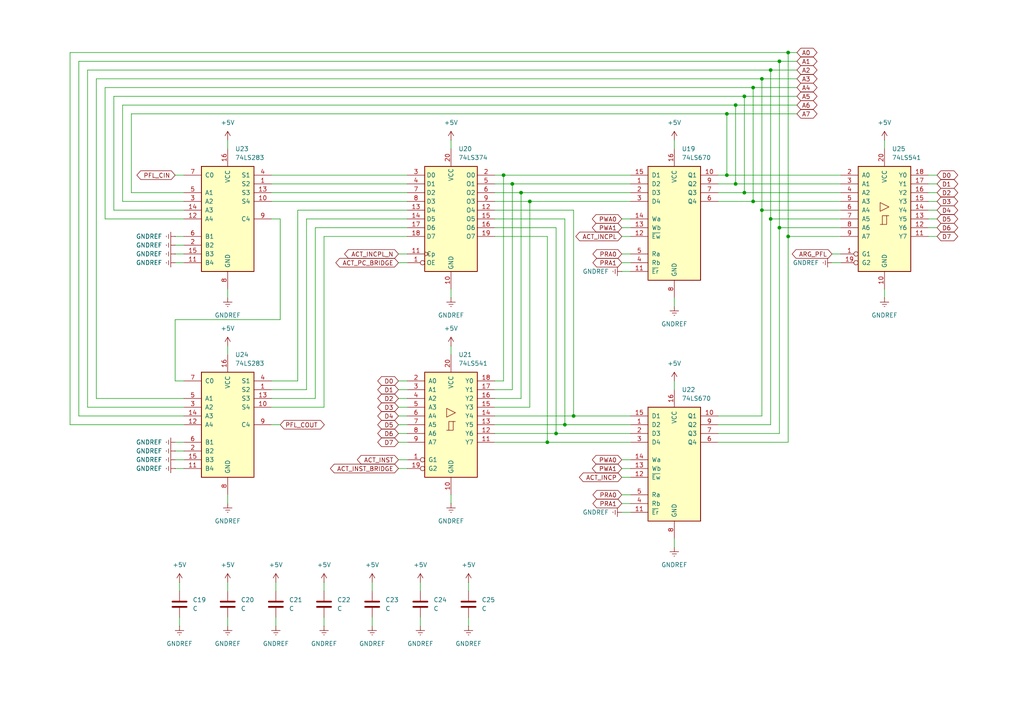
<source format=kicad_sch>
(kicad_sch (version 20250114) (generator "eeschema") (generator_version "9.0")
  (paper "A4")
  (title_block (title "Osnova8 CPU") (date "2026-01-11") (rev "2"))
  (lib_symbols
    (symbol "74xx:74LS283" (pin_names (offset 1.016))
      (property "Reference" "U" (at -7.62 16.51 0))
      (property "Value" "74LS283" (at -7.62 -16.51 0))
      (symbol "74LS283_1_0"
        (pin input line (at -12.7 12.7 0) (length 5.08) (name "C0") (number "7"))
        (pin input line (at -12.7 7.62 0) (length 5.08) (name "A1") (number "5"))
        (pin input line (at -12.7 5.08 0) (length 5.08) (name "A2") (number "3"))
        (pin input line (at -12.7 2.54 0) (length 5.08) (name "A3") (number "14"))
        (pin input line (at -12.7 0 0) (length 5.08) (name "A4") (number "12"))
        (pin input line (at -12.7 -5.08 0) (length 5.08) (name "B1") (number "6"))
        (pin input line (at -12.7 -7.62 0) (length 5.08) (name "B2") (number "2"))
        (pin input line (at -12.7 -10.16 0) (length 5.08) (name "B3") (number "15"))
        (pin input line (at -12.7 -12.7 0) (length 5.08) (name "B4") (number "11"))
        (pin power_in line (at 0 20.32 270) (length 5.08) (name "VCC") (number "16"))
        (pin power_in line (at 0 -20.32 90) (length 5.08) (name "GND") (number "8"))
        (pin output line (at 12.7 12.7 180) (length 5.08) (name "S1") (number "4"))
        (pin output line (at 12.7 10.16 180) (length 5.08) (name "S2") (number "1"))
        (pin output line (at 12.7 7.62 180) (length 5.08) (name "S3") (number "13"))
        (pin output line (at 12.7 5.08 180) (length 5.08) (name "S4") (number "10"))
        (pin output line (at 12.7 0 180) (length 5.08) (name "C4") (number "9"))
      )
      (symbol "74LS283_1_1"
        (rectangle (start -7.62 15.24) (end 7.62 -15.24) (stroke (width 0.254)) (fill (type background)))
      )
    )
    (symbol "74xx:74LS374"
      (property "Reference" "U" (at -7.62 16.51 0))
      (property "Value" "74LS374" (at -7.62 -16.51 0))
      (symbol "74LS374_1_0"
        (pin input line (at -12.7 12.7 0) (length 5.08) (name "D0") (number "3"))
        (pin input line (at -12.7 10.16 0) (length 5.08) (name "D1") (number "4"))
        (pin input line (at -12.7 7.62 0) (length 5.08) (name "D2") (number "7"))
        (pin input line (at -12.7 5.08 0) (length 5.08) (name "D3") (number "8"))
        (pin input line (at -12.7 2.54 0) (length 5.08) (name "D4") (number "13"))
        (pin input line (at -12.7 0 0) (length 5.08) (name "D5") (number "14"))
        (pin input line (at -12.7 -2.54 0) (length 5.08) (name "D6") (number "17"))
        (pin input line (at -12.7 -5.08 0) (length 5.08) (name "D7") (number "18"))
        (pin input clock (at -12.7 -10.16 0) (length 5.08) (name "Cp") (number "11"))
        (pin input inverted (at -12.7 -12.7 0) (length 5.08) (name "OE") (number "1"))
        (pin power_in line (at 0 20.32 270) (length 5.08) (name "VCC") (number "20"))
        (pin power_in line (at 0 -20.32 90) (length 5.08) (name "GND") (number "10"))
        (pin tri_state line (at 12.7 12.7 180) (length 5.08) (name "O0") (number "2"))
        (pin tri_state line (at 12.7 10.16 180) (length 5.08) (name "O1") (number "5"))
        (pin tri_state line (at 12.7 7.62 180) (length 5.08) (name "O2") (number "6"))
        (pin tri_state line (at 12.7 5.08 180) (length 5.08) (name "O3") (number "9"))
        (pin tri_state line (at 12.7 2.54 180) (length 5.08) (name "O4") (number "12"))
        (pin tri_state line (at 12.7 0 180) (length 5.08) (name "O5") (number "15"))
        (pin tri_state line (at 12.7 -2.54 180) (length 5.08) (name "O6") (number "16"))
        (pin tri_state line (at 12.7 -5.08 180) (length 5.08) (name "O7") (number "19"))
      )
      (symbol "74LS374_1_1"
        (rectangle (start -7.62 15.24) (end 7.62 -15.24) (stroke (width 0.254)) (fill (type background)))
      )
    )
    (symbol "74xx:74LS541" (pin_names (offset 1.016))
      (property "Reference" "U" (at -7.62 16.51 0))
      (property "Value" "74LS541" (at -7.62 -16.51 0))
      (symbol "74LS541_1_0"
        (polyline (pts (xy -1.27 -1.6002) (xy 0.635 -1.6002) (xy 0.635 0.9398) (xy 1.27 0.9398)))
        (polyline (pts (xy -0.635 -1.6002) (xy -0.635 0.9398) (xy 0.635 0.9398)))
        (polyline (pts (xy 1.27 3.4798) (xy -1.27 4.7498) (xy -1.27 2.2098) (xy 1.27 3.4798)) (stroke (width 0.1524)))
        (pin input line (at -12.7 12.7 0) (length 5.08) (name "A0") (number "2"))
        (pin input line (at -12.7 10.16 0) (length 5.08) (name "A1") (number "3"))
        (pin input line (at -12.7 7.62 0) (length 5.08) (name "A2") (number "4"))
        (pin input line (at -12.7 5.08 0) (length 5.08) (name "A3") (number "5"))
        (pin input line (at -12.7 2.54 0) (length 5.08) (name "A4") (number "6"))
        (pin input line (at -12.7 0 0) (length 5.08) (name "A5") (number "7"))
        (pin input line (at -12.7 -2.54 0) (length 5.08) (name "A6") (number "8"))
        (pin input line (at -12.7 -5.08 0) (length 5.08) (name "A7") (number "9"))
        (pin input inverted (at -12.7 -10.16 0) (length 5.08) (name "G1") (number "1"))
        (pin input inverted (at -12.7 -12.7 0) (length 5.08) (name "G2") (number "19"))
        (pin power_in line (at 0 20.32 270) (length 5.08) (name "VCC") (number "20"))
        (pin power_in line (at 0 -20.32 90) (length 5.08) (name "GND") (number "10"))
        (pin tri_state line (at 12.7 12.7 180) (length 5.08) (name "Y0") (number "18"))
        (pin tri_state line (at 12.7 10.16 180) (length 5.08) (name "Y1") (number "17"))
        (pin tri_state line (at 12.7 7.62 180) (length 5.08) (name "Y2") (number "16"))
        (pin tri_state line (at 12.7 5.08 180) (length 5.08) (name "Y3") (number "15"))
        (pin tri_state line (at 12.7 2.54 180) (length 5.08) (name "Y4") (number "14"))
        (pin tri_state line (at 12.7 0 180) (length 5.08) (name "Y5") (number "13"))
        (pin tri_state line (at 12.7 -2.54 180) (length 5.08) (name "Y6") (number "12"))
        (pin tri_state line (at 12.7 -5.08 180) (length 5.08) (name "Y7") (number "11"))
      )
      (symbol "74LS541_1_1"
        (rectangle (start -7.62 15.24) (end 7.62 -15.24) (stroke (width 0.254)) (fill (type background)))
      )
    )
    (symbol "74xx:74LS670" (pin_names (offset 1.016))
      (property "Reference" "U" (at -7.62 16.51 0))
      (property "Value" "74LS670" (at -7.62 -19.05 0))
      (symbol "74LS670_1_0"
        (pin input line (at -12.7 12.7 0) (length 5.08) (name "D1") (number "15"))
        (pin input line (at -12.7 10.16 0) (length 5.08) (name "D2") (number "1"))
        (pin input line (at -12.7 7.62 0) (length 5.08) (name "D3") (number "2"))
        (pin input line (at -12.7 5.08 0) (length 5.08) (name "D4") (number "3"))
        (pin input line (at -12.7 0 0) (length 5.08) (name "Wa") (number "14"))
        (pin input line (at -12.7 -2.54 0) (length 5.08) (name "Wb") (number "13"))
        (pin input line (at -12.7 -5.08 0) (length 5.08) (name "~{Ew}") (number "12"))
        (pin input line (at -12.7 -10.16 0) (length 5.08) (name "Ra") (number "5"))
        (pin input line (at -12.7 -12.7 0) (length 5.08) (name "Rb") (number "4"))
        (pin input line (at -12.7 -15.24 0) (length 5.08) (name "~{Er}") (number "11"))
        (pin power_in line (at 0 20.32 270) (length 5.08) (name "VCC") (number "16"))
        (pin power_in line (at 0 -22.86 90) (length 5.08) (name "GND") (number "8"))
        (pin tri_state line (at 12.7 12.7 180) (length 5.08) (name "Q1") (number "10"))
        (pin tri_state line (at 12.7 10.16 180) (length 5.08) (name "Q2") (number "9"))
        (pin tri_state line (at 12.7 7.62 180) (length 5.08) (name "Q3") (number "7"))
        (pin tri_state line (at 12.7 5.08 180) (length 5.08) (name "Q4") (number "6"))
      )
      (symbol "74LS670_1_1"
        (rectangle (start -7.62 15.24) (end 7.62 -17.78) (stroke (width 0.254)) (fill (type background)))
      )
    )
    (symbol "Device:C" (pin_numbers (hide yes)) (pin_names (offset 0.254))
      (property "Reference" "C" (at 0.635 2.54 0))
      (property "Value" "C" (at 0.635 -2.54 0))
      (symbol "C_0_1"
        (polyline (pts (xy -2.032 0.762) (xy 2.032 0.762)) (stroke (width 0.508)))
        (polyline (pts (xy -2.032 -0.762) (xy 2.032 -0.762)) (stroke (width 0.508)))
      )
      (symbol "C_1_1"
        (pin passive line (at 0 3.81 270) (length 2.794) (name "~") (number "1"))
        (pin passive line (at 0 -3.81 90) (length 2.794) (name "~") (number "2"))
      )
    )
    (symbol "power:+5V" (power) (pin_numbers (hide yes)) (pin_names (offset 0) (hide yes))
      (property "Value" "+5V" (at 0 3.556 0))
      (symbol "+5V_0_1"
        (polyline (pts (xy -0.762 1.27) (xy 0 2.54)))
        (polyline (pts (xy 0 2.54) (xy 0.762 1.27)))
        (polyline (pts (xy 0 0) (xy 0 2.54)))
      )
      (symbol "+5V_1_1"
        (pin power_in line (at 0 0 90) (length 0) (name "~") (number "1"))
      )
    )
    (symbol "power:GNDREF" (power) (pin_numbers (hide yes)) (pin_names (offset 0) (hide yes))
      (property "Value" "GNDREF" (at 0 -3.81 0))
      (symbol "GNDREF_0_1"
        (polyline (pts (xy -0.635 -1.905) (xy 0.635 -1.905)))
        (polyline (pts (xy -0.127 -2.54) (xy 0.127 -2.54)))
        (polyline (pts (xy 0 -1.27) (xy 0 0)))
        (polyline (pts (xy 1.27 -1.27) (xy -1.27 -1.27)))
      )
      (symbol "GNDREF_1_1"
        (pin power_in line (at 0 0 270) (length 0) (name "~") (number "1"))
      )
    )
  )
  (junction (at 213.36 53.34))
  (junction (at 166.37 120.65))
  (junction (at 213.36 30.48))
  (junction (at 220.98 60.96))
  (junction (at 153.67 58.42))
  (junction (at 158.75 128.27))
  (junction (at 146.05 50.8))
  (junction (at 210.82 50.8))
  (junction (at 161.29 125.73))
  (junction (at 218.44 58.42))
  (junction (at 163.83 123.19))
  (junction (at 226.06 17.78))
  (junction (at 215.9 27.94))
  (junction (at 226.06 66.04))
  (junction (at 210.82 33.02))
  (junction (at 220.98 22.86))
  (junction (at 151.13 55.88))
  (junction (at 228.6 68.58))
  (junction (at 148.59 53.34))
  (junction (at 218.44 25.4))
  (junction (at 223.52 20.32))
  (junction (at 215.9 55.88))
  (junction (at 228.6 15.24))
  (junction (at 223.52 63.5))
  (wire (pts (xy 115.57 73.66) (xy 118.11 73.66)))
  (wire (pts (xy 93.98 168.91) (xy 93.98 171.45)))
  (wire (pts (xy 86.36 60.96) (xy 118.11 60.96)))
  (wire (pts (xy 27.94 115.57) (xy 53.34 115.57)))
  (wire (pts (xy 180.34 148.59) (xy 182.88 148.59)))
  (wire (pts (xy 130.81 83.82) (xy 130.81 86.36)))
  (wire (pts (xy 107.95 168.91) (xy 107.95 171.45)))
  (wire (pts (xy 35.56 58.42) (xy 53.34 58.42)))
  (wire (pts (xy 81.28 123.19) (xy 78.74 123.19)))
  (wire (pts (xy 107.95 179.07) (xy 107.95 181.61)))
  (wire (pts (xy 38.1 33.02) (xy 38.1 55.88)))
  (wire (pts (xy 115.57 123.19) (xy 118.11 123.19)))
  (wire (pts (xy 143.51 125.73) (xy 161.29 125.73)))
  (wire (pts (xy 115.57 120.65) (xy 118.11 120.65)))
  (wire (pts (xy 215.9 27.94) (xy 215.9 55.88)))
  (wire (pts (xy 115.57 125.73) (xy 118.11 125.73)))
  (wire (pts (xy 27.94 22.86) (xy 27.94 115.57)))
  (wire (pts (xy 93.98 179.07) (xy 93.98 181.61)))
  (wire (pts (xy 180.34 66.04) (xy 182.88 66.04)))
  (wire (pts (xy 91.44 115.57) (xy 78.74 115.57)))
  (wire (pts (xy 91.44 66.04) (xy 91.44 115.57)))
  (wire (pts (xy 115.57 118.11) (xy 118.11 118.11)))
  (wire (pts (xy 50.8 110.49) (xy 53.34 110.49)))
  (wire (pts (xy 256.54 83.82) (xy 256.54 86.36)))
  (wire (pts (xy 241.3 73.66) (xy 243.84 73.66)))
  (wire (pts (xy 66.04 83.82) (xy 66.04 86.36)))
  (wire (pts (xy 130.81 100.33) (xy 130.81 102.87)))
  (wire (pts (xy 38.1 55.88) (xy 53.34 55.88)))
  (wire (pts (xy 143.51 123.19) (xy 163.83 123.19)))
  (wire (pts (xy 218.44 25.4) (xy 231.14 25.4)))
  (wire (pts (xy 180.34 143.51) (xy 182.88 143.51)))
  (wire (pts (xy 180.34 133.35) (xy 182.88 133.35)))
  (wire (pts (xy 223.52 20.32) (xy 223.52 63.5)))
  (wire (pts (xy 115.57 113.03) (xy 118.11 113.03)))
  (wire (pts (xy 210.82 33.02) (xy 231.14 33.02)))
  (wire (pts (xy 153.67 118.11) (xy 153.67 58.42)))
  (wire (pts (xy 78.74 53.34) (xy 118.11 53.34)))
  (wire (pts (xy 143.51 68.58) (xy 158.75 68.58)))
  (wire (pts (xy 115.57 135.89) (xy 118.11 135.89)))
  (wire (pts (xy 66.04 40.64) (xy 66.04 43.18)))
  (wire (pts (xy 143.51 55.88) (xy 151.13 55.88)))
  (wire (pts (xy 210.82 50.8) (xy 243.84 50.8)))
  (wire (pts (xy 158.75 128.27) (xy 182.88 128.27)))
  (wire (pts (xy 35.56 30.48) (xy 35.56 58.42)))
  (wire (pts (xy 130.81 40.64) (xy 130.81 43.18)))
  (wire (pts (xy 195.58 40.64) (xy 195.58 43.18)))
  (wire (pts (xy 213.36 30.48) (xy 35.56 30.48)))
  (wire (pts (xy 210.82 50.8) (xy 210.82 33.02)))
  (wire (pts (xy 50.8 50.8) (xy 53.34 50.8)))
  (wire (pts (xy 213.36 30.48) (xy 231.14 30.48)))
  (wire (pts (xy 66.04 143.51) (xy 66.04 146.05)))
  (wire (pts (xy 151.13 55.88) (xy 182.88 55.88)))
  (wire (pts (xy 143.51 110.49) (xy 146.05 110.49)))
  (wire (pts (xy 135.89 168.91) (xy 135.89 171.45)))
  (wire (pts (xy 228.6 128.27) (xy 228.6 68.58)))
  (wire (pts (xy 180.34 146.05) (xy 182.88 146.05)))
  (wire (pts (xy 220.98 22.86) (xy 231.14 22.86)))
  (wire (pts (xy 220.98 60.96) (xy 220.98 22.86)))
  (wire (pts (xy 146.05 50.8) (xy 182.88 50.8)))
  (wire (pts (xy 213.36 53.34) (xy 213.36 30.48)))
  (wire (pts (xy 271.78 53.34) (xy 269.24 53.34)))
  (wire (pts (xy 271.78 58.42) (xy 269.24 58.42)))
  (wire (pts (xy 226.06 17.78) (xy 22.86 17.78)))
  (wire (pts (xy 161.29 66.04) (xy 161.29 125.73)))
  (wire (pts (xy 161.29 125.73) (xy 182.88 125.73)))
  (wire (pts (xy 50.8 71.12) (xy 53.34 71.12)))
  (wire (pts (xy 50.8 133.35) (xy 53.34 133.35)))
  (wire (pts (xy 50.8 135.89) (xy 53.34 135.89)))
  (wire (pts (xy 53.34 60.96) (xy 33.02 60.96)))
  (wire (pts (xy 256.54 40.64) (xy 256.54 43.18)))
  (wire (pts (xy 220.98 60.96) (xy 243.84 60.96)))
  (wire (pts (xy 143.51 118.11) (xy 153.67 118.11)))
  (wire (pts (xy 208.28 125.73) (xy 226.06 125.73)))
  (wire (pts (xy 78.74 50.8) (xy 118.11 50.8)))
  (wire (pts (xy 25.4 118.11) (xy 25.4 20.32)))
  (wire (pts (xy 218.44 58.42) (xy 243.84 58.42)))
  (wire (pts (xy 78.74 118.11) (xy 93.98 118.11)))
  (wire (pts (xy 208.28 128.27) (xy 228.6 128.27)))
  (wire (pts (xy 130.81 143.51) (xy 130.81 146.05)))
  (wire (pts (xy 78.74 113.03) (xy 88.9 113.03)))
  (wire (pts (xy 50.8 130.81) (xy 53.34 130.81)))
  (wire (pts (xy 80.01 179.07) (xy 80.01 181.61)))
  (wire (pts (xy 223.52 63.5) (xy 243.84 63.5)))
  (wire (pts (xy 166.37 120.65) (xy 182.88 120.65)))
  (wire (pts (xy 166.37 60.96) (xy 166.37 120.65)))
  (wire (pts (xy 53.34 123.19) (xy 20.32 123.19)))
  (wire (pts (xy 88.9 63.5) (xy 118.11 63.5)))
  (wire (pts (xy 52.07 168.91) (xy 52.07 171.45)))
  (wire (pts (xy 228.6 15.24) (xy 231.14 15.24)))
  (wire (pts (xy 215.9 55.88) (xy 243.84 55.88)))
  (wire (pts (xy 50.8 128.27) (xy 53.34 128.27)))
  (wire (pts (xy 271.78 66.04) (xy 269.24 66.04)))
  (wire (pts (xy 218.44 58.42) (xy 218.44 25.4)))
  (wire (pts (xy 218.44 25.4) (xy 30.48 25.4)))
  (wire (pts (xy 271.78 50.8) (xy 269.24 50.8)))
  (wire (pts (xy 223.52 123.19) (xy 208.28 123.19)))
  (wire (pts (xy 208.28 120.65) (xy 220.98 120.65)))
  (wire (pts (xy 121.92 168.91) (xy 121.92 171.45)))
  (wire (pts (xy 208.28 58.42) (xy 218.44 58.42)))
  (wire (pts (xy 88.9 113.03) (xy 88.9 63.5)))
  (wire (pts (xy 30.48 63.5) (xy 53.34 63.5)))
  (wire (pts (xy 151.13 115.57) (xy 151.13 55.88)))
  (wire (pts (xy 50.8 73.66) (xy 53.34 73.66)))
  (wire (pts (xy 180.34 73.66) (xy 182.88 73.66)))
  (wire (pts (xy 53.34 118.11) (xy 25.4 118.11)))
  (wire (pts (xy 148.59 113.03) (xy 148.59 53.34)))
  (wire (pts (xy 115.57 133.35) (xy 118.11 133.35)))
  (wire (pts (xy 163.83 123.19) (xy 182.88 123.19)))
  (wire (pts (xy 213.36 53.34) (xy 243.84 53.34)))
  (wire (pts (xy 52.07 179.07) (xy 52.07 181.61)))
  (wire (pts (xy 220.98 22.86) (xy 27.94 22.86)))
  (wire (pts (xy 66.04 100.33) (xy 66.04 102.87)))
  (wire (pts (xy 81.28 63.5) (xy 81.28 92.71)))
  (wire (pts (xy 22.86 17.78) (xy 22.86 120.65)))
  (wire (pts (xy 228.6 68.58) (xy 243.84 68.58)))
  (wire (pts (xy 241.3 76.2) (xy 243.84 76.2)))
  (wire (pts (xy 271.78 60.96) (xy 269.24 60.96)))
  (wire (pts (xy 81.28 63.5) (xy 78.74 63.5)))
  (wire (pts (xy 78.74 55.88) (xy 118.11 55.88)))
  (wire (pts (xy 80.01 168.91) (xy 80.01 171.45)))
  (wire (pts (xy 180.34 135.89) (xy 182.88 135.89)))
  (wire (pts (xy 30.48 25.4) (xy 30.48 63.5)))
  (wire (pts (xy 180.34 63.5) (xy 182.88 63.5)))
  (wire (pts (xy 93.98 68.58) (xy 118.11 68.58)))
  (wire (pts (xy 66.04 179.07) (xy 66.04 181.61)))
  (wire (pts (xy 86.36 110.49) (xy 86.36 60.96)))
  (wire (pts (xy 115.57 76.2) (xy 118.11 76.2)))
  (wire (pts (xy 143.51 53.34) (xy 148.59 53.34)))
  (wire (pts (xy 208.28 53.34) (xy 213.36 53.34)))
  (wire (pts (xy 228.6 15.24) (xy 20.32 15.24)))
  (wire (pts (xy 180.34 78.74) (xy 182.88 78.74)))
  (wire (pts (xy 143.51 63.5) (xy 163.83 63.5)))
  (wire (pts (xy 271.78 68.58) (xy 269.24 68.58)))
  (wire (pts (xy 143.51 50.8) (xy 146.05 50.8)))
  (wire (pts (xy 143.51 113.03) (xy 148.59 113.03)))
  (wire (pts (xy 148.59 53.34) (xy 182.88 53.34)))
  (wire (pts (xy 146.05 50.8) (xy 146.05 110.49)))
  (wire (pts (xy 180.34 68.58) (xy 182.88 68.58)))
  (wire (pts (xy 33.02 60.96) (xy 33.02 27.94)))
  (wire (pts (xy 20.32 123.19) (xy 20.32 15.24)))
  (wire (pts (xy 180.34 76.2) (xy 182.88 76.2)))
  (wire (pts (xy 226.06 125.73) (xy 226.06 66.04)))
  (wire (pts (xy 115.57 115.57) (xy 118.11 115.57)))
  (wire (pts (xy 223.52 20.32) (xy 231.14 20.32)))
  (wire (pts (xy 195.58 86.36) (xy 195.58 88.9)))
  (wire (pts (xy 143.51 115.57) (xy 151.13 115.57)))
  (wire (pts (xy 215.9 27.94) (xy 231.14 27.94)))
  (wire (pts (xy 271.78 55.88) (xy 269.24 55.88)))
  (wire (pts (xy 158.75 68.58) (xy 158.75 128.27)))
  (wire (pts (xy 50.8 92.71) (xy 50.8 110.49)))
  (wire (pts (xy 143.51 60.96) (xy 166.37 60.96)))
  (wire (pts (xy 22.86 120.65) (xy 53.34 120.65)))
  (wire (pts (xy 81.28 92.71) (xy 50.8 92.71)))
  (wire (pts (xy 115.57 110.49) (xy 118.11 110.49)))
  (wire (pts (xy 223.52 63.5) (xy 223.52 123.19)))
  (wire (pts (xy 208.28 50.8) (xy 210.82 50.8)))
  (wire (pts (xy 25.4 20.32) (xy 223.52 20.32)))
  (wire (pts (xy 163.83 63.5) (xy 163.83 123.19)))
  (wire (pts (xy 78.74 58.42) (xy 118.11 58.42)))
  (wire (pts (xy 66.04 168.91) (xy 66.04 171.45)))
  (wire (pts (xy 153.67 58.42) (xy 182.88 58.42)))
  (wire (pts (xy 208.28 55.88) (xy 215.9 55.88)))
  (wire (pts (xy 226.06 66.04) (xy 243.84 66.04)))
  (wire (pts (xy 143.51 58.42) (xy 153.67 58.42)))
  (wire (pts (xy 135.89 179.07) (xy 135.89 181.61)))
  (wire (pts (xy 93.98 118.11) (xy 93.98 68.58)))
  (wire (pts (xy 115.57 128.27) (xy 118.11 128.27)))
  (wire (pts (xy 210.82 33.02) (xy 38.1 33.02)))
  (wire (pts (xy 220.98 120.65) (xy 220.98 60.96)))
  (wire (pts (xy 121.92 179.07) (xy 121.92 181.61)))
  (wire (pts (xy 271.78 63.5) (xy 269.24 63.5)))
  (wire (pts (xy 143.51 66.04) (xy 161.29 66.04)))
  (wire (pts (xy 226.06 66.04) (xy 226.06 17.78)))
  (wire (pts (xy 226.06 17.78) (xy 231.14 17.78)))
  (wire (pts (xy 143.51 120.65) (xy 166.37 120.65)))
  (wire (pts (xy 33.02 27.94) (xy 215.9 27.94)))
  (wire (pts (xy 195.58 156.21) (xy 195.58 158.75)))
  (wire (pts (xy 195.58 110.49) (xy 195.58 113.03)))
  (wire (pts (xy 143.51 128.27) (xy 158.75 128.27)))
  (wire (pts (xy 180.34 138.43) (xy 182.88 138.43)))
  (wire (pts (xy 228.6 68.58) (xy 228.6 15.24)))
  (wire (pts (xy 50.8 76.2) (xy 53.34 76.2)))
  (wire (pts (xy 50.8 68.58) (xy 53.34 68.58)))
  (wire (pts (xy 78.74 110.49) (xy 86.36 110.49)))
  (wire (pts (xy 118.11 66.04) (xy 91.44 66.04)))
  (global_label "ACT_INCPL_N" (shape bidirectional) (at 115.57 73.66 180) (property "Intersheetrefs" "${INTERSHEET_REFS}" (effects (hide yes))))
  (global_label "A5" (shape bidirectional) (at 231.14 27.94 0) (property "Intersheetrefs" "${INTERSHEET_REFS}" (effects (hide yes))))
  (global_label "A4" (shape bidirectional) (at 231.14 25.4 0) (property "Intersheetrefs" "${INTERSHEET_REFS}" (effects (hide yes))))
  (global_label "PWA1" (shape bidirectional) (at 180.34 135.89 180) (property "Intersheetrefs" "${INTERSHEET_REFS}" (effects (hide yes))))
  (global_label "D2" (shape bidirectional) (at 271.78 55.88 0) (property "Intersheetrefs" "${INTERSHEET_REFS}" (effects (hide yes))))
  (global_label "A3" (shape bidirectional) (at 231.14 22.86 0) (property "Intersheetrefs" "${INTERSHEET_REFS}" (effects (hide yes))))
  (global_label "D6" (shape bidirectional) (at 115.57 125.73 180) (property "Intersheetrefs" "${INTERSHEET_REFS}" (effects (hide yes))))
  (global_label "D5" (shape bidirectional) (at 271.78 63.5 0) (property "Intersheetrefs" "${INTERSHEET_REFS}" (effects (hide yes))))
  (global_label "A2" (shape bidirectional) (at 231.14 20.32 0) (property "Intersheetrefs" "${INTERSHEET_REFS}" (effects (hide yes))))
  (global_label "D7" (shape bidirectional) (at 271.78 68.58 0) (property "Intersheetrefs" "${INTERSHEET_REFS}" (effects (hide yes))))
  (global_label "D1" (shape bidirectional) (at 115.57 113.03 180) (property "Intersheetrefs" "${INTERSHEET_REFS}" (effects (hide yes))))
  (global_label "D1" (shape bidirectional) (at 271.78 53.34 0) (property "Intersheetrefs" "${INTERSHEET_REFS}" (effects (hide yes))))
  (global_label "PWA1" (shape bidirectional) (at 180.34 66.04 180) (property "Intersheetrefs" "${INTERSHEET_REFS}" (effects (hide yes))))
  (global_label "D4" (shape bidirectional) (at 271.78 60.96 0) (property "Intersheetrefs" "${INTERSHEET_REFS}" (effects (hide yes))))
  (global_label "PRA1" (shape bidirectional) (at 180.34 146.05 180) (property "Intersheetrefs" "${INTERSHEET_REFS}" (effects (hide yes))))
  (global_label "PFL_COUT" (shape bidirectional) (at 81.28 123.19 0) (property "Intersheetrefs" "${INTERSHEET_REFS}" (effects (hide yes))))
  (global_label "D0" (shape bidirectional) (at 271.78 50.8 0) (property "Intersheetrefs" "${INTERSHEET_REFS}" (effects (hide yes))))
  (global_label "ACT_INCP" (shape bidirectional) (at 180.34 138.43 180) (property "Intersheetrefs" "${INTERSHEET_REFS}" (effects (hide yes))))
  (global_label "PRA1" (shape bidirectional) (at 180.34 76.2 180) (property "Intersheetrefs" "${INTERSHEET_REFS}" (effects (hide yes))))
  (global_label "ACT_INST" (shape bidirectional) (at 115.57 133.35 180) (property "Intersheetrefs" "${INTERSHEET_REFS}" (effects (hide yes))))
  (global_label "PWA0" (shape bidirectional) (at 180.34 133.35 180) (property "Intersheetrefs" "${INTERSHEET_REFS}" (effects (hide yes))))
  (global_label "PFL_CIN" (shape bidirectional) (at 50.8 50.8 180) (property "Intersheetrefs" "${INTERSHEET_REFS}" (effects (hide yes))))
  (global_label "D4" (shape bidirectional) (at 115.57 120.65 180) (property "Intersheetrefs" "${INTERSHEET_REFS}" (effects (hide yes))))
  (global_label "D5" (shape bidirectional) (at 115.57 123.19 180) (property "Intersheetrefs" "${INTERSHEET_REFS}" (effects (hide yes))))
  (global_label "A6" (shape bidirectional) (at 231.14 30.48 0) (property "Intersheetrefs" "${INTERSHEET_REFS}" (effects (hide yes))))
  (global_label "ACT_INCPL" (shape bidirectional) (at 180.34 68.58 180) (property "Intersheetrefs" "${INTERSHEET_REFS}" (effects (hide yes))))
  (global_label "A7" (shape bidirectional) (at 231.14 33.02 0) (property "Intersheetrefs" "${INTERSHEET_REFS}" (effects (hide yes))))
  (global_label "ARG_PFL" (shape bidirectional) (at 241.3 73.66 180) (property "Intersheetrefs" "${INTERSHEET_REFS}" (effects (hide yes))))
  (global_label "A0" (shape bidirectional) (at 231.14 15.24 0) (property "Intersheetrefs" "${INTERSHEET_REFS}" (effects (hide yes))))
  (global_label "D7" (shape bidirectional) (at 115.57 128.27 180) (property "Intersheetrefs" "${INTERSHEET_REFS}" (effects (hide yes))))
  (global_label "A1" (shape bidirectional) (at 231.14 17.78 0) (property "Intersheetrefs" "${INTERSHEET_REFS}" (effects (hide yes))))
  (global_label "PWA0" (shape bidirectional) (at 180.34 63.5 180) (property "Intersheetrefs" "${INTERSHEET_REFS}" (effects (hide yes))))
  (global_label "D2" (shape bidirectional) (at 115.57 115.57 180) (property "Intersheetrefs" "${INTERSHEET_REFS}" (effects (hide yes))))
  (global_label "D3" (shape bidirectional) (at 271.78 58.42 0) (property "Intersheetrefs" "${INTERSHEET_REFS}" (effects (hide yes))))
  (global_label "ACT_INST_BRIDGE" (shape bidirectional) (at 115.57 135.89 180) (property "Intersheetrefs" "${INTERSHEET_REFS}" (effects (hide yes))))
  (global_label "ACT_PC_BRIDGE" (shape bidirectional) (at 115.57 76.2 180) (property "Intersheetrefs" "${INTERSHEET_REFS}" (effects (hide yes))))
  (global_label "D0" (shape bidirectional) (at 115.57 110.49 180) (property "Intersheetrefs" "${INTERSHEET_REFS}" (effects (hide yes))))
  (global_label "PRA0" (shape bidirectional) (at 180.34 143.51 180) (property "Intersheetrefs" "${INTERSHEET_REFS}" (effects (hide yes))))
  (global_label "D6" (shape bidirectional) (at 271.78 66.04 0) (property "Intersheetrefs" "${INTERSHEET_REFS}" (effects (hide yes))))
  (global_label "PRA0" (shape bidirectional) (at 180.34 73.66 180) (property "Intersheetrefs" "${INTERSHEET_REFS}" (effects (hide yes))))
  (global_label "D3" (shape bidirectional) (at 115.57 118.11 180) (property "Intersheetrefs" "${INTERSHEET_REFS}" (effects (hide yes))))
  (symbol (lib_id "power:GNDREF") (at 50.8 135.89 270) (unit 1)
    (property "Reference" "#PWR0114" (effects (hide yes)))
    (property "Value" "GNDREF" (at 47.0353 135.8899 90) (effects (justify right)))
    (property "Description" "Power symbol creates a global label with name \"GNDREF\" , reference supply ground" (effects (hide yes)))
  )
  (symbol (lib_id "Device:C") (at 135.89 175.26 0) (unit 1)
    (property "Reference" "C25" (at 139.7 173.9899 0) (effects (justify left)))
    (property "Value" "C" (at 139.7 176.5299 0) (effects (justify left)))
    (property "Description" "Unpolarized capacitor" (effects (hide yes)))
  )
  (symbol (lib_id "74xx:74LS670") (at 195.58 133.35 0) (unit 1)
    (property "Reference" "U22" (at 197.7233 113.03 0) (effects (justify left)))
    (property "Value" "74LS670" (at 197.7233 115.57 0) (effects (justify left)))
    (property "Datasheet" "http://www.ti.com/lit/gpn/sn74LS670" (effects (hide yes)))
    (property "Description" "4 x 4 Register Files 3-State Outputs" (effects (hide yes)))
  )
  (symbol (lib_id "power:GNDREF") (at 180.34 148.59 270) (unit 1)
    (property "Reference" "#PWR0120" (effects (hide yes)))
    (property "Value" "GNDREF" (at 176.5753 148.5899 90) (effects (justify right)))
    (property "Description" "Power symbol creates a global label with name \"GNDREF\" , reference supply ground" (effects (hide yes)))
  )
  (symbol (lib_id "power:GNDREF") (at 180.34 78.74 270) (unit 1)
    (property "Reference" "#PWR0119" (effects (hide yes)))
    (property "Value" "GNDREF" (at 176.5753 78.7399 90) (effects (justify right)))
    (property "Description" "Power symbol creates a global label with name \"GNDREF\" , reference supply ground" (effects (hide yes)))
  )
  (symbol (lib_id "power:GNDREF") (at 66.04 146.05 0) (unit 1)
    (property "Reference" "#PWR0107" (effects (hide yes)))
    (property "Value" "GNDREF" (at 66.04 151.13 0))
    (property "Description" "Power symbol creates a global label with name \"GNDREF\" , reference supply ground" (effects (hide yes)))
  )
  (symbol (lib_id "Device:C") (at 66.04 175.26 0) (unit 1)
    (property "Reference" "C20" (at 69.85 173.9899 0) (effects (justify left)))
    (property "Value" "C" (at 69.85 176.5299 0) (effects (justify left)))
    (property "Description" "Unpolarized capacitor" (effects (hide yes)))
  )
  (symbol (lib_id "74xx:74LS283") (at 66.04 63.5 0) (unit 1)
    (property "Reference" "U23" (at 68.1833 43.18 0) (effects (justify left)))
    (property "Value" "74LS283" (at 68.1833 45.72 0) (effects (justify left)))
    (property "Datasheet" "http://www.ti.com/lit/gpn/sn74LS283" (effects (hide yes)))
    (property "Description" "4-bit full Adder" (effects (hide yes)))
  )
  (symbol (lib_id "power:+5V") (at 93.98 168.91 0) (unit 1)
    (property "Reference" "#PWR0127" (effects (hide yes)))
    (property "Value" "+5V" (at 93.98 163.83 0))
    (property "Description" "Power symbol creates a global label with name \"+5V\"" (effects (hide yes)))
  )
  (symbol (lib_id "power:GNDREF") (at 50.8 128.27 270) (unit 1)
    (property "Reference" "#PWR0111" (effects (hide yes)))
    (property "Value" "GNDREF" (at 47.0353 128.2699 90) (effects (justify right)))
    (property "Description" "Power symbol creates a global label with name \"GNDREF\" , reference supply ground" (effects (hide yes)))
  )
  (symbol (lib_id "power:GNDREF") (at 50.8 71.12 270) (unit 1)
    (property "Reference" "#PWR0116" (effects (hide yes)))
    (property "Value" "GNDREF" (at 47.0353 71.1199 90) (effects (justify right)))
    (property "Description" "Power symbol creates a global label with name \"GNDREF\" , reference supply ground" (effects (hide yes)))
  )
  (symbol (lib_id "power:GNDREF") (at 66.04 181.61 0) (unit 1)
    (property "Reference" "#PWR0124" (effects (hide yes)))
    (property "Value" "GNDREF" (at 66.04 186.69 0))
    (property "Description" "Power symbol creates a global label with name \"GNDREF\" , reference supply ground" (effects (hide yes)))
  )
  (symbol (lib_id "power:GNDREF") (at 66.04 86.36 0) (unit 1)
    (property "Reference" "#PWR0108" (effects (hide yes)))
    (property "Value" "GNDREF" (at 66.04 91.44 0))
    (property "Description" "Power symbol creates a global label with name \"GNDREF\" , reference supply ground" (effects (hide yes)))
  )
  (symbol (lib_id "Device:C") (at 80.01 175.26 0) (unit 1)
    (property "Reference" "C21" (at 83.82 173.9899 0) (effects (justify left)))
    (property "Value" "C" (at 83.82 176.5299 0) (effects (justify left)))
    (property "Description" "Unpolarized capacitor" (effects (hide yes)))
  )
  (symbol (lib_id "power:GNDREF") (at 135.89 181.61 0) (unit 1)
    (property "Reference" "#PWR0134" (effects (hide yes)))
    (property "Value" "GNDREF" (at 135.89 186.69 0))
    (property "Description" "Power symbol creates a global label with name \"GNDREF\" , reference supply ground" (effects (hide yes)))
  )
  (symbol (lib_id "power:+5V") (at 195.58 40.64 0) (unit 1)
    (property "Reference" "#PWR097" (effects (hide yes)))
    (property "Value" "+5V" (at 195.58 35.56 0))
    (property "Description" "Power symbol creates a global label with name \"+5V\"" (effects (hide yes)))
  )
  (symbol (lib_id "74xx:74LS374") (at 130.81 63.5 0) (unit 1)
    (property "Reference" "U20" (at 132.9533 43.18 0) (effects (justify left)))
    (property "Value" "74LS374" (at 132.9533 45.72 0) (effects (justify left)))
    (property "Datasheet" "http://www.ti.com/lit/gpn/sn74LS374" (effects (hide yes)))
    (property "Description" "8-bit Register, 3-state outputs" (effects (hide yes)))
  )
  (symbol (lib_id "power:GNDREF") (at 107.95 181.61 0) (unit 1)
    (property "Reference" "#PWR0130" (effects (hide yes)))
    (property "Value" "GNDREF" (at 107.95 186.69 0))
    (property "Description" "Power symbol creates a global label with name \"GNDREF\" , reference supply ground" (effects (hide yes)))
  )
  (symbol (lib_id "power:+5V") (at 66.04 100.33 0) (unit 1)
    (property "Reference" "#PWR0110" (effects (hide yes)))
    (property "Value" "+5V" (at 66.04 95.25 0))
    (property "Description" "Power symbol creates a global label with name \"+5V\"" (effects (hide yes)))
  )
  (symbol (lib_id "power:GNDREF") (at 50.8 76.2 270) (unit 1)
    (property "Reference" "#PWR0118" (effects (hide yes)))
    (property "Value" "GNDREF" (at 47.0353 76.1999 90) (effects (justify right)))
    (property "Description" "Power symbol creates a global label with name \"GNDREF\" , reference supply ground" (effects (hide yes)))
  )
  (symbol (lib_id "power:+5V") (at 195.58 110.49 0) (unit 1)
    (property "Reference" "#PWR0103" (effects (hide yes)))
    (property "Value" "+5V" (at 195.58 105.41 0))
    (property "Description" "Power symbol creates a global label with name \"+5V\"" (effects (hide yes)))
  )
  (symbol (lib_id "Device:C") (at 93.98 175.26 0) (unit 1)
    (property "Reference" "C22" (at 97.79 173.9899 0) (effects (justify left)))
    (property "Value" "C" (at 97.79 176.5299 0) (effects (justify left)))
    (property "Description" "Unpolarized capacitor" (effects (hide yes)))
  )
  (symbol (lib_id "74xx:74LS541") (at 256.54 63.5 0) (unit 1)
    (property "Reference" "U25" (at 258.6833 43.18 0) (effects (justify left)))
    (property "Value" "74LS541" (at 258.6833 45.72 0) (effects (justify left)))
    (property "Datasheet" "http://www.ti.com/lit/gpn/sn74LS541" (effects (hide yes)))
    (property "Description" "8-bit Buffer/Line Driver 3-state outputs" (effects (hide yes)))
  )
  (symbol (lib_id "power:+5V") (at 256.54 40.64 0) (unit 1)
    (property "Reference" "#PWR0105" (effects (hide yes)))
    (property "Value" "+5V" (at 256.54 35.56 0))
    (property "Description" "Power symbol creates a global label with name \"+5V\"" (effects (hide yes)))
  )
  (symbol (lib_id "Device:C") (at 107.95 175.26 0) (unit 1)
    (property "Reference" "C23" (at 111.76 173.9899 0) (effects (justify left)))
    (property "Value" "C" (at 111.76 176.5299 0) (effects (justify left)))
    (property "Description" "Unpolarized capacitor" (effects (hide yes)))
  )
  (symbol (lib_id "power:GNDREF") (at 195.58 88.9 0) (unit 1)
    (property "Reference" "#PWR098" (effects (hide yes)))
    (property "Value" "GNDREF" (at 195.58 93.98 0))
    (property "Description" "Power symbol creates a global label with name \"GNDREF\" , reference supply ground" (effects (hide yes)))
  )
  (symbol (lib_id "Device:C") (at 121.92 175.26 0) (unit 1)
    (property "Reference" "C24" (at 125.73 173.9899 0) (effects (justify left)))
    (property "Value" "C" (at 125.73 176.5299 0) (effects (justify left)))
    (property "Description" "Unpolarized capacitor" (effects (hide yes)))
  )
  (symbol (lib_id "74xx:74LS541") (at 130.81 123.19 0) (unit 1)
    (property "Reference" "U21" (at 132.9533 102.87 0) (effects (justify left)))
    (property "Value" "74LS541" (at 132.9533 105.41 0) (effects (justify left)))
    (property "Datasheet" "http://www.ti.com/lit/gpn/sn74LS541" (effects (hide yes)))
    (property "Description" "8-bit Buffer/Line Driver 3-state outputs" (effects (hide yes)))
  )
  (symbol (lib_id "power:+5V") (at 66.04 40.64 0) (unit 1)
    (property "Reference" "#PWR0109" (effects (hide yes)))
    (property "Value" "+5V" (at 66.04 35.56 0))
    (property "Description" "Power symbol creates a global label with name \"+5V\"" (effects (hide yes)))
  )
  (symbol (lib_id "power:GNDREF") (at 52.07 181.61 0) (unit 1)
    (property "Reference" "#PWR0122" (effects (hide yes)))
    (property "Value" "GNDREF" (at 52.07 186.69 0))
    (property "Description" "Power symbol creates a global label with name \"GNDREF\" , reference supply ground" (effects (hide yes)))
  )
  (symbol (lib_id "power:GNDREF") (at 195.58 158.75 0) (unit 1)
    (property "Reference" "#PWR0104" (effects (hide yes)))
    (property "Value" "GNDREF" (at 195.58 163.83 0))
    (property "Description" "Power symbol creates a global label with name \"GNDREF\" , reference supply ground" (effects (hide yes)))
  )
  (symbol (lib_id "power:+5V") (at 130.81 40.64 0) (unit 1)
    (property "Reference" "#PWR099" (effects (hide yes)))
    (property "Value" "+5V" (at 130.81 35.56 0))
    (property "Description" "Power symbol creates a global label with name \"+5V\"" (effects (hide yes)))
  )
  (symbol (lib_id "power:+5V") (at 130.81 100.33 0) (unit 1)
    (property "Reference" "#PWR0101" (effects (hide yes)))
    (property "Value" "+5V" (at 130.81 95.25 0))
    (property "Description" "Power symbol creates a global label with name \"+5V\"" (effects (hide yes)))
  )
  (symbol (lib_id "power:GNDREF") (at 50.8 130.81 270) (unit 1)
    (property "Reference" "#PWR0112" (effects (hide yes)))
    (property "Value" "GNDREF" (at 47.0353 130.8099 90) (effects (justify right)))
    (property "Description" "Power symbol creates a global label with name \"GNDREF\" , reference supply ground" (effects (hide yes)))
  )
  (symbol (lib_id "74xx:74LS283") (at 66.04 123.19 0) (unit 1)
    (property "Reference" "U24" (at 68.1833 102.87 0) (effects (justify left)))
    (property "Value" "74LS283" (at 68.1833 105.41 0) (effects (justify left)))
    (property "Datasheet" "http://www.ti.com/lit/gpn/sn74LS283" (effects (hide yes)))
    (property "Description" "4-bit full Adder" (effects (hide yes)))
  )
  (symbol (lib_id "power:+5V") (at 121.92 168.91 0) (unit 1)
    (property "Reference" "#PWR0131" (effects (hide yes)))
    (property "Value" "+5V" (at 121.92 163.83 0))
    (property "Description" "Power symbol creates a global label with name \"+5V\"" (effects (hide yes)))
  )
  (symbol (lib_id "power:GNDREF") (at 121.92 181.61 0) (unit 1)
    (property "Reference" "#PWR0132" (effects (hide yes)))
    (property "Value" "GNDREF" (at 121.92 186.69 0))
    (property "Description" "Power symbol creates a global label with name \"GNDREF\" , reference supply ground" (effects (hide yes)))
  )
  (symbol (lib_id "power:+5V") (at 135.89 168.91 0) (unit 1)
    (property "Reference" "#PWR0133" (effects (hide yes)))
    (property "Value" "+5V" (at 135.89 163.83 0))
    (property "Description" "Power symbol creates a global label with name \"+5V\"" (effects (hide yes)))
  )
  (symbol (lib_id "power:GNDREF") (at 130.81 86.36 0) (unit 1)
    (property "Reference" "#PWR0100" (effects (hide yes)))
    (property "Value" "GNDREF" (at 130.81 91.44 0))
    (property "Description" "Power symbol creates a global label with name \"GNDREF\" , reference supply ground" (effects (hide yes)))
  )
  (symbol (lib_id "power:GNDREF") (at 50.8 68.58 270) (unit 1)
    (property "Reference" "#PWR0115" (effects (hide yes)))
    (property "Value" "GNDREF" (at 47.0353 68.5799 90) (effects (justify right)))
    (property "Description" "Power symbol creates a global label with name \"GNDREF\" , reference supply ground" (effects (hide yes)))
  )
  (symbol (lib_id "Device:C") (at 52.07 175.26 0) (unit 1)
    (property "Reference" "C19" (at 55.88 173.9899 0) (effects (justify left)))
    (property "Value" "C" (at 55.88 176.5299 0) (effects (justify left)))
    (property "Description" "Unpolarized capacitor" (effects (hide yes)))
  )
  (symbol (lib_id "power:GNDREF") (at 93.98 181.61 0) (unit 1)
    (property "Reference" "#PWR0128" (effects (hide yes)))
    (property "Value" "GNDREF" (at 93.98 186.69 0))
    (property "Description" "Power symbol creates a global label with name \"GNDREF\" , reference supply ground" (effects (hide yes)))
  )
  (symbol (lib_id "power:+5V") (at 107.95 168.91 0) (unit 1)
    (property "Reference" "#PWR0129" (effects (hide yes)))
    (property "Value" "+5V" (at 107.95 163.83 0))
    (property "Description" "Power symbol creates a global label with name \"+5V\"" (effects (hide yes)))
  )
  (symbol (lib_id "power:GNDREF") (at 80.01 181.61 0) (unit 1)
    (property "Reference" "#PWR0126" (effects (hide yes)))
    (property "Value" "GNDREF" (at 80.01 186.69 0))
    (property "Description" "Power symbol creates a global label with name \"GNDREF\" , reference supply ground" (effects (hide yes)))
  )
  (symbol (lib_id "power:GNDREF") (at 130.81 146.05 0) (unit 1)
    (property "Reference" "#PWR0102" (effects (hide yes)))
    (property "Value" "GNDREF" (at 130.81 151.13 0))
    (property "Description" "Power symbol creates a global label with name \"GNDREF\" , reference supply ground" (effects (hide yes)))
  )
  (symbol (lib_id "power:+5V") (at 52.07 168.91 0) (unit 1)
    (property "Reference" "#PWR0121" (effects (hide yes)))
    (property "Value" "+5V" (at 52.07 163.83 0))
    (property "Description" "Power symbol creates a global label with name \"+5V\"" (effects (hide yes)))
  )
  (symbol (lib_id "power:GNDREF") (at 50.8 73.66 270) (unit 1)
    (property "Reference" "#PWR0117" (effects (hide yes)))
    (property "Value" "GNDREF" (at 47.0353 73.6599 90) (effects (justify right)))
    (property "Description" "Power symbol creates a global label with name \"GNDREF\" , reference supply ground" (effects (hide yes)))
  )
  (symbol (lib_id "power:+5V") (at 66.04 168.91 0) (unit 1)
    (property "Reference" "#PWR0123" (effects (hide yes)))
    (property "Value" "+5V" (at 66.04 163.83 0))
    (property "Description" "Power symbol creates a global label with name \"+5V\"" (effects (hide yes)))
  )
  (symbol (lib_id "power:GNDREF") (at 241.3 76.2 270) (unit 1)
    (property "Reference" "#PWR0135" (effects (hide yes)))
    (property "Value" "GNDREF" (at 237.5353 76.1999 90) (effects (justify right)))
    (property "Description" "Power symbol creates a global label with name \"GNDREF\" , reference supply ground" (effects (hide yes)))
  )
  (symbol (lib_id "power:GNDREF") (at 256.54 86.36 0) (unit 1)
    (property "Reference" "#PWR0106" (effects (hide yes)))
    (property "Value" "GNDREF" (at 256.54 91.44 0))
    (property "Description" "Power symbol creates a global label with name \"GNDREF\" , reference supply ground" (effects (hide yes)))
  )
  (symbol (lib_id "power:GNDREF") (at 50.8 133.35 270) (unit 1)
    (property "Reference" "#PWR0113" (effects (hide yes)))
    (property "Value" "GNDREF" (at 47.0353 133.3499 90) (effects (justify right)))
    (property "Description" "Power symbol creates a global label with name \"GNDREF\" , reference supply ground" (effects (hide yes)))
  )
  (symbol (lib_id "74xx:74LS670") (at 195.58 63.5 0) (unit 1)
    (property "Reference" "U19" (at 197.7233 43.18 0) (effects (justify left)))
    (property "Value" "74LS670" (at 197.7233 45.72 0) (effects (justify left)))
    (property "Datasheet" "http://www.ti.com/lit/gpn/sn74LS670" (effects (hide yes)))
    (property "Description" "4 x 4 Register Files 3-State Outputs" (effects (hide yes)))
  )
  (symbol (lib_id "power:+5V") (at 80.01 168.91 0) (unit 1)
    (property "Reference" "#PWR0125" (effects (hide yes)))
    (property "Value" "+5V" (at 80.01 163.83 0))
    (property "Description" "Power symbol creates a global label with name \"+5V\"" (effects (hide yes)))
  )
)
</source>
